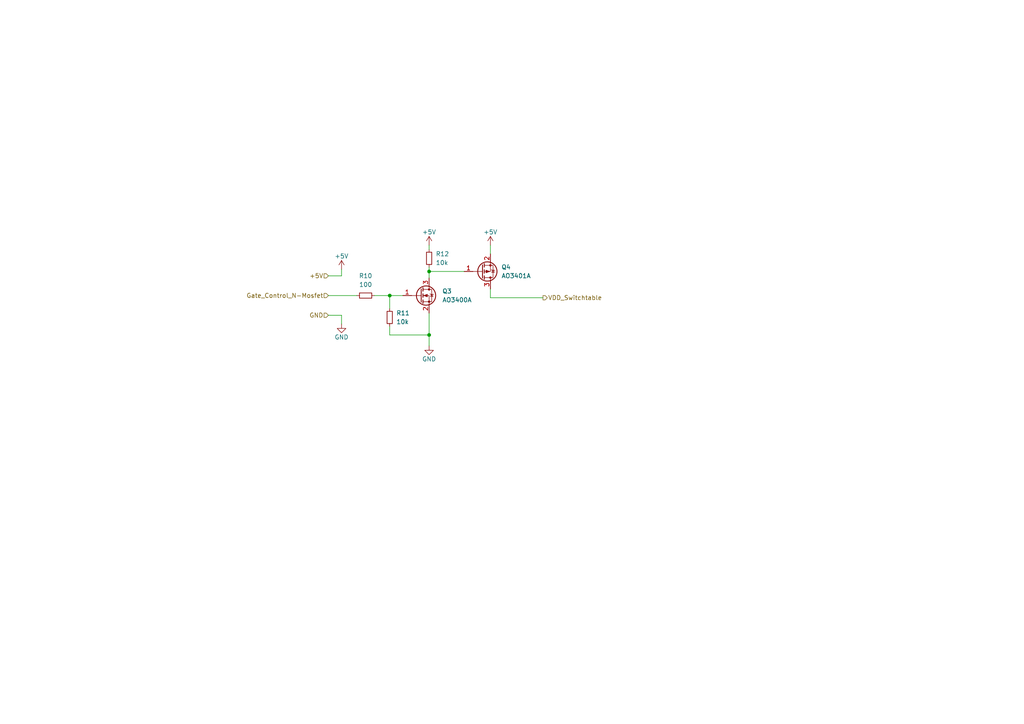
<source format=kicad_sch>
(kicad_sch (version 20211123) (generator eeschema)
  (paper "A4")
  (lib_symbols
    (symbol "Device:R_Small" (pin_numbers hide) (pin_names (offset 0.254) hide)
      (property "Reference" "R" (at 0.762 0.508 0))
      (property "Value" "R_Small" (at 0.762 -1.016 0))
      (symbol "R_Small_0_1"
        (rectangle (start -0.762 1.778) (end 0.762 -1.778) (stroke (width 0.2032)))
      )
      (symbol "R_Small_1_1"
        (pin passive line (at 0 2.54 270) (length 0.762) (name "~") (number "1"))
        (pin passive line (at 0 -2.54 90) (length 0.762) (name "~") (number "2"))
      )
    )
    (symbol "Transistor_FET:AO3400A" (pin_names hide)
      (property "Reference" "Q" (at 5.08 1.905 0))
      (property "Value" "AO3400A" (at 5.08 0 0))
      (symbol "AO3400A_0_1"
        (polyline (pts (xy 0.254 0) (xy -2.54 0)))
        (polyline (pts (xy 0.254 1.905) (xy 0.254 -1.905)) (stroke (width 0.254)))
        (polyline (pts (xy 0.762 -1.27) (xy 0.762 -2.286)) (stroke (width 0.254)))
        (polyline (pts (xy 0.762 0.508) (xy 0.762 -0.508)) (stroke (width 0.254)))
        (polyline (pts (xy 0.762 2.286) (xy 0.762 1.27)) (stroke (width 0.254)))
        (polyline (pts (xy 2.54 2.54) (xy 2.54 1.778)))
        (polyline (pts (xy 2.54 -2.54) (xy 2.54 0) (xy 0.762 0)))
        (polyline (pts (xy 0.762 -1.778) (xy 3.302 -1.778) (xy 3.302 1.778) (xy 0.762 1.778)))
        (polyline (pts (xy 1.016 0) (xy 2.032 0.381) (xy 2.032 -0.381) (xy 1.016 0)) (fill (type outline)))
        (polyline (pts (xy 2.794 0.508) (xy 2.921 0.381) (xy 3.683 0.381) (xy 3.81 0.254)))
        (polyline (pts (xy 3.302 0.381) (xy 2.921 -0.254) (xy 3.683 -0.254) (xy 3.302 0.381)))
        (circle (center 1.651 0) (radius 2.794) (stroke (width 0.254)))
        (circle (center 2.54 -1.778) (radius 0.254) (fill (type outline)))
        (circle (center 2.54 1.778) (radius 0.254) (fill (type outline)))
      )
      (symbol "AO3400A_1_1"
        (pin input line (at -5.08 0 0) (length 2.54) (name "G") (number "1"))
        (pin passive line (at 2.54 -5.08 90) (length 2.54) (name "S") (number "2"))
        (pin passive line (at 2.54 5.08 270) (length 2.54) (name "D") (number "3"))
      )
    )
    (symbol "Transistor_FET:AO3401A" (pin_names hide)
      (property "Reference" "Q" (at 5.08 1.905 0))
      (property "Value" "AO3401A" (at 5.08 0 0))
      (symbol "AO3401A_0_1"
        (polyline (pts (xy 0.254 0) (xy -2.54 0)))
        (polyline (pts (xy 0.254 1.905) (xy 0.254 -1.905)) (stroke (width 0.254)))
        (polyline (pts (xy 0.762 -1.27) (xy 0.762 -2.286)) (stroke (width 0.254)))
        (polyline (pts (xy 0.762 0.508) (xy 0.762 -0.508)) (stroke (width 0.254)))
        (polyline (pts (xy 0.762 2.286) (xy 0.762 1.27)) (stroke (width 0.254)))
        (polyline (pts (xy 2.54 2.54) (xy 2.54 1.778)))
        (polyline (pts (xy 2.54 -2.54) (xy 2.54 0) (xy 0.762 0)))
        (polyline (pts (xy 0.762 1.778) (xy 3.302 1.778) (xy 3.302 -1.778) (xy 0.762 -1.778)))
        (polyline (pts (xy 2.286 0) (xy 1.27 0.381) (xy 1.27 -0.381) (xy 2.286 0)) (fill (type outline)))
        (polyline (pts (xy 2.794 -0.508) (xy 2.921 -0.381) (xy 3.683 -0.381) (xy 3.81 -0.254)))
        (polyline (pts (xy 3.302 -0.381) (xy 2.921 0.254) (xy 3.683 0.254) (xy 3.302 -0.381)))
        (circle (center 1.651 0) (radius 2.794) (stroke (width 0.254)))
        (circle (center 2.54 -1.778) (radius 0.254) (fill (type outline)))
        (circle (center 2.54 1.778) (radius 0.254) (fill (type outline)))
      )
      (symbol "AO3401A_1_1"
        (pin input line (at -5.08 0 0) (length 2.54) (name "G") (number "1"))
        (pin passive line (at 2.54 -5.08 90) (length 2.54) (name "S") (number "2"))
        (pin passive line (at 2.54 5.08 270) (length 2.54) (name "D") (number "3"))
      )
    )
    (symbol "power:+5V" (power) (pin_names (offset 0))
      (property "Value" "+5V" (at 0 3.556 0))
      (symbol "+5V_0_1"
        (polyline (pts (xy -0.762 1.27) (xy 0 2.54)))
        (polyline (pts (xy 0 0) (xy 0 2.54)))
        (polyline (pts (xy 0 2.54) (xy 0.762 1.27)))
      )
      (symbol "+5V_1_1"
        (pin power_in line (at 0 0 90) (length 0) hide (name "+5V") (number "1"))
      )
    )
    (symbol "power:GND" (power) (pin_names (offset 0))
      (property "Value" "GND" (at 0 -3.81 0))
      (symbol "GND_0_1"
        (polyline (pts (xy 0 0) (xy 0 -1.27) (xy 1.27 -1.27) (xy 0 -2.54) (xy -1.27 -1.27) (xy 0 -1.27)))
      )
      (symbol "GND_1_1"
        (pin power_in line (at 0 0 270) (length 0) hide (name "GND") (number "1"))
      )
    )
  )
  (junction (at 124.46 78.74))
  (junction (at 124.46 97.155))
  (junction (at 113.03 85.725))
  (wire (pts (xy 142.24 83.82) (xy 142.24 86.36)))
  (wire (pts (xy 124.46 78.74) (xy 124.46 80.645)))
  (wire (pts (xy 113.03 97.155) (xy 124.46 97.155)))
  (wire (pts (xy 124.46 90.805) (xy 124.46 97.155)))
  (wire (pts (xy 142.24 71.12) (xy 142.24 73.66)))
  (wire (pts (xy 95.25 85.725) (xy 103.505 85.725)))
  (wire (pts (xy 124.46 77.47) (xy 124.46 78.74)))
  (wire (pts (xy 113.03 85.725) (xy 116.84 85.725)))
  (wire (pts (xy 99.06 91.44) (xy 95.25 91.44)))
  (wire (pts (xy 95.25 80.01) (xy 99.06 80.01)))
  (wire (pts (xy 124.46 78.74) (xy 134.62 78.74)))
  (wire (pts (xy 142.24 86.36) (xy 157.48 86.36)))
  (wire (pts (xy 108.585 85.725) (xy 113.03 85.725)))
  (wire (pts (xy 99.06 93.98) (xy 99.06 91.44)))
  (wire (pts (xy 124.46 97.155) (xy 124.46 100.33)))
  (wire (pts (xy 124.46 71.12) (xy 124.46 72.39)))
  (wire (pts (xy 113.03 85.725) (xy 113.03 89.535)))
  (wire (pts (xy 113.03 94.615) (xy 113.03 97.155)))
  (wire (pts (xy 99.06 80.01) (xy 99.06 78.105)))
  (hierarchical_label "+5V" (shape input) (at 95.25 80.01 180))
  (hierarchical_label "GND" (shape input) (at 95.25 91.44 180))
  (hierarchical_label "VDD_Switchtable" (shape output) (at 157.48 86.36 0))
  (hierarchical_label "Gate_Control_N-Mosfet" (shape input) (at 95.25 85.725 180))
  (symbol (lib_id "power:+5V") (at 124.46 71.12 0)
    (property "Reference" "#PWR0142" (effects hide))
    (property "Value" "+5V" (at 124.46 67.31 0))
  )
  (symbol (lib_id "power:+5V") (at 99.06 78.105 0)
    (property "Reference" "#PWR0146" (effects hide))
    (property "Value" "+5V" (at 99.06 74.295 0))
  )
  (symbol (lib_id "Device:R_Small") (at 106.045 85.725 90)
    (property "Reference" "R10" (at 106.045 80.01 90))
    (property "Value" "100" (at 106.045 82.55 90))
    (property "Footprint" "Resistor_SMD:R_0805_2012Metric_Pad1.20x1.40mm_HandSolder" (effects hide))
  )
  (symbol (lib_id "Transistor_FET:AO3400A") (at 121.92 85.725 0)
    (property "Reference" "Q3" (at 128.27 84.4549 0) (effects (justify left)))
    (property "Value" "AO3400A" (at 128.27 86.9949 0) (effects (justify left)))
    (property "Footprint" "Package_TO_SOT_SMD:SOT-23" (effects hide))
    (property "Datasheet" "http://www.aosmd.com/pdfs/datasheet/AO3400A.pdf" (effects hide))
  )
  (symbol (lib_id "power:+5V") (at 142.24 71.12 0)
    (property "Reference" "#PWR0144" (effects hide))
    (property "Value" "+5V" (at 142.24 67.31 0))
  )
  (symbol (lib_id "Device:R_Small") (at 113.03 92.075 0)
    (property "Reference" "R11" (at 114.935 90.8049 0) (effects (justify left)))
    (property "Value" "10k" (at 114.935 93.3449 0) (effects (justify left)))
    (property "Footprint" "Resistor_SMD:R_0805_2012Metric_Pad1.20x1.40mm_HandSolder" (effects hide))
  )
  (symbol (lib_id "Device:R_Small") (at 124.46 74.93 0)
    (property "Reference" "R12" (at 126.365 73.6599 0) (effects (justify left)))
    (property "Value" "10k" (at 126.365 76.1999 0) (effects (justify left)))
    (property "Footprint" "Resistor_SMD:R_0805_2012Metric_Pad1.20x1.40mm_HandSolder" (effects hide))
  )
  (symbol (lib_id "power:GND") (at 124.46 100.33 0)
    (property "Reference" "#PWR0143" (effects hide))
    (property "Value" "GND" (at 124.46 104.14 0))
  )
  (symbol (lib_id "Transistor_FET:AO3401A") (at 139.7 78.74 0) (mirror x)
    (property "Reference" "Q4" (at 145.415 77.4699 0) (effects (justify left)))
    (property "Value" "AO3401A" (at 145.415 80.0099 0) (effects (justify left)))
    (property "Footprint" "Package_TO_SOT_SMD:SOT-23" (effects hide))
    (property "Datasheet" "http://www.aosmd.com/pdfs/datasheet/AO3401A.pdf" (effects hide))
  )
  (symbol (lib_id "power:GND") (at 99.06 93.98 0)
    (property "Reference" "#PWR0145" (effects hide))
    (property "Value" "GND" (at 99.06 97.79 0))
  )
)
</source>
